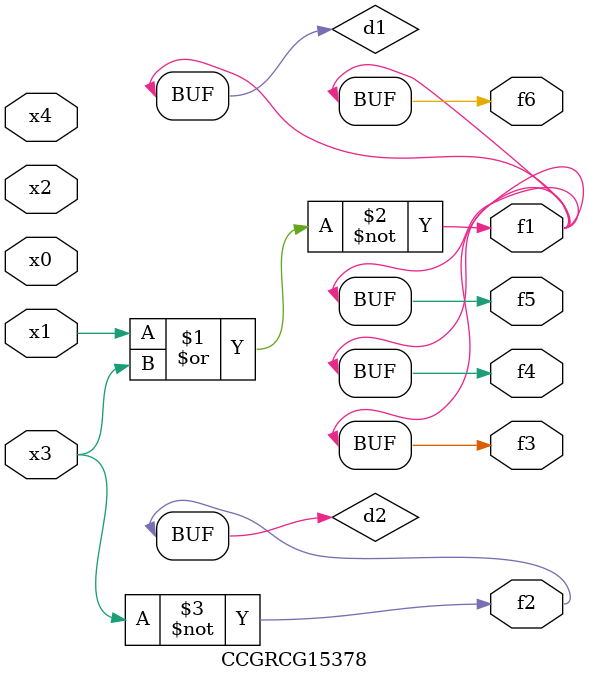
<source format=v>
module CCGRCG15378(
	input x0, x1, x2, x3, x4,
	output f1, f2, f3, f4, f5, f6
);

	wire d1, d2;

	nor (d1, x1, x3);
	not (d2, x3);
	assign f1 = d1;
	assign f2 = d2;
	assign f3 = d1;
	assign f4 = d1;
	assign f5 = d1;
	assign f6 = d1;
endmodule

</source>
